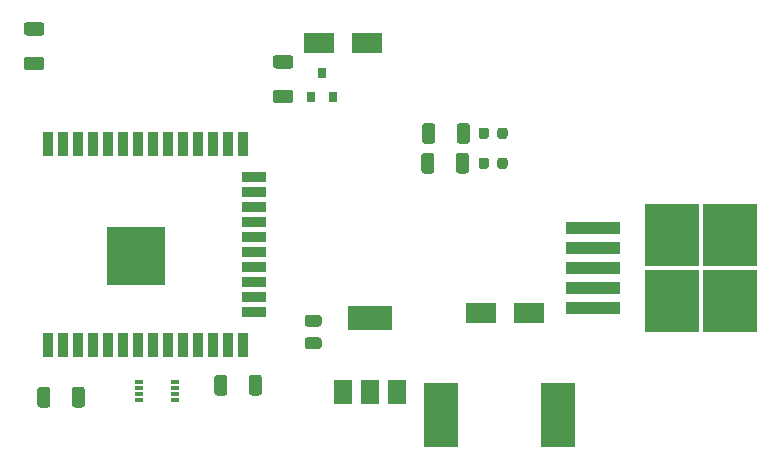
<source format=gbr>
%TF.GenerationSoftware,KiCad,Pcbnew,5.1.9+dfsg1-1*%
%TF.CreationDate,2021-12-22T14:02:19+01:00*%
%TF.ProjectId,lidar_board,6c696461-725f-4626-9f61-72642e6b6963,rev?*%
%TF.SameCoordinates,Original*%
%TF.FileFunction,Paste,Top*%
%TF.FilePolarity,Positive*%
%FSLAX46Y46*%
G04 Gerber Fmt 4.6, Leading zero omitted, Abs format (unit mm)*
G04 Created by KiCad (PCBNEW 5.1.9+dfsg1-1) date 2021-12-22 14:02:19*
%MOMM*%
%LPD*%
G01*
G04 APERTURE LIST*
%ADD10R,2.500000X1.800000*%
%ADD11R,2.900000X5.400000*%
%ADD12R,0.800000X0.900000*%
%ADD13R,4.600000X1.100000*%
%ADD14R,4.550000X5.250000*%
%ADD15R,0.800000X0.300000*%
%ADD16R,3.800000X2.000000*%
%ADD17R,1.500000X2.000000*%
%ADD18R,5.000000X5.000000*%
%ADD19R,0.900000X2.000000*%
%ADD20R,2.000000X0.900000*%
G04 APERTURE END LIST*
%TO.C,C3*%
G36*
G01*
X162339000Y-100724000D02*
X163289000Y-100724000D01*
G75*
G02*
X163539000Y-100974000I0J-250000D01*
G01*
X163539000Y-101474000D01*
G75*
G02*
X163289000Y-101724000I-250000J0D01*
G01*
X162339000Y-101724000D01*
G75*
G02*
X162089000Y-101474000I0J250000D01*
G01*
X162089000Y-100974000D01*
G75*
G02*
X162339000Y-100724000I250000J0D01*
G01*
G37*
G36*
G01*
X162339000Y-102624000D02*
X163289000Y-102624000D01*
G75*
G02*
X163539000Y-102874000I0J-250000D01*
G01*
X163539000Y-103374000D01*
G75*
G02*
X163289000Y-103624000I-250000J0D01*
G01*
X162339000Y-103624000D01*
G75*
G02*
X162089000Y-103374000I0J250000D01*
G01*
X162089000Y-102874000D01*
G75*
G02*
X162339000Y-102624000I250000J0D01*
G01*
G37*
%TD*%
D10*
%TO.C,D1*%
X181070000Y-100584000D03*
X177070000Y-100584000D03*
%TD*%
%TO.C,Power*%
G36*
G01*
X177704000Y-87627750D02*
X177704000Y-88140250D01*
G75*
G02*
X177485250Y-88359000I-218750J0D01*
G01*
X177047750Y-88359000D01*
G75*
G02*
X176829000Y-88140250I0J218750D01*
G01*
X176829000Y-87627750D01*
G75*
G02*
X177047750Y-87409000I218750J0D01*
G01*
X177485250Y-87409000D01*
G75*
G02*
X177704000Y-87627750I0J-218750D01*
G01*
G37*
G36*
G01*
X179279000Y-87627750D02*
X179279000Y-88140250D01*
G75*
G02*
X179060250Y-88359000I-218750J0D01*
G01*
X178622750Y-88359000D01*
G75*
G02*
X178404000Y-88140250I0J218750D01*
G01*
X178404000Y-87627750D01*
G75*
G02*
X178622750Y-87409000I218750J0D01*
G01*
X179060250Y-87409000D01*
G75*
G02*
X179279000Y-87627750I0J-218750D01*
G01*
G37*
%TD*%
%TO.C,Status*%
G36*
G01*
X179279000Y-85087750D02*
X179279000Y-85600250D01*
G75*
G02*
X179060250Y-85819000I-218750J0D01*
G01*
X178622750Y-85819000D01*
G75*
G02*
X178404000Y-85600250I0J218750D01*
G01*
X178404000Y-85087750D01*
G75*
G02*
X178622750Y-84869000I218750J0D01*
G01*
X179060250Y-84869000D01*
G75*
G02*
X179279000Y-85087750I0J-218750D01*
G01*
G37*
G36*
G01*
X177704000Y-85087750D02*
X177704000Y-85600250D01*
G75*
G02*
X177485250Y-85819000I-218750J0D01*
G01*
X177047750Y-85819000D01*
G75*
G02*
X176829000Y-85600250I0J218750D01*
G01*
X176829000Y-85087750D01*
G75*
G02*
X177047750Y-84869000I218750J0D01*
G01*
X177485250Y-84869000D01*
G75*
G02*
X177704000Y-85087750I0J-218750D01*
G01*
G37*
%TD*%
%TO.C,D4*%
X167354000Y-77724000D03*
X163354000Y-77724000D03*
%TD*%
D11*
%TO.C,L1*%
X173612000Y-109220000D03*
X183512000Y-109220000D03*
%TD*%
D12*
%TO.C,Q1*%
X162626000Y-82280000D03*
X164526000Y-82280000D03*
X163576000Y-80280000D03*
%TD*%
%TO.C,R1*%
G36*
G01*
X158489000Y-106054998D02*
X158489000Y-107305002D01*
G75*
G02*
X158239002Y-107555000I-249998J0D01*
G01*
X157613998Y-107555000D01*
G75*
G02*
X157364000Y-107305002I0J249998D01*
G01*
X157364000Y-106054998D01*
G75*
G02*
X157613998Y-105805000I249998J0D01*
G01*
X158239002Y-105805000D01*
G75*
G02*
X158489000Y-106054998I0J-249998D01*
G01*
G37*
G36*
G01*
X155564000Y-106054998D02*
X155564000Y-107305002D01*
G75*
G02*
X155314002Y-107555000I-249998J0D01*
G01*
X154688998Y-107555000D01*
G75*
G02*
X154439000Y-107305002I0J249998D01*
G01*
X154439000Y-106054998D01*
G75*
G02*
X154688998Y-105805000I249998J0D01*
G01*
X155314002Y-105805000D01*
G75*
G02*
X155564000Y-106054998I0J-249998D01*
G01*
G37*
%TD*%
%TO.C,R2*%
G36*
G01*
X174890000Y-88509002D02*
X174890000Y-87258998D01*
G75*
G02*
X175139998Y-87009000I249998J0D01*
G01*
X175765002Y-87009000D01*
G75*
G02*
X176015000Y-87258998I0J-249998D01*
G01*
X176015000Y-88509002D01*
G75*
G02*
X175765002Y-88759000I-249998J0D01*
G01*
X175139998Y-88759000D01*
G75*
G02*
X174890000Y-88509002I0J249998D01*
G01*
G37*
G36*
G01*
X171965000Y-88509002D02*
X171965000Y-87258998D01*
G75*
G02*
X172214998Y-87009000I249998J0D01*
G01*
X172840002Y-87009000D01*
G75*
G02*
X173090000Y-87258998I0J-249998D01*
G01*
X173090000Y-88509002D01*
G75*
G02*
X172840002Y-88759000I-249998J0D01*
G01*
X172214998Y-88759000D01*
G75*
G02*
X171965000Y-88509002I0J249998D01*
G01*
G37*
%TD*%
%TO.C,R3*%
G36*
G01*
X142378000Y-108321002D02*
X142378000Y-107070998D01*
G75*
G02*
X142627998Y-106821000I249998J0D01*
G01*
X143253002Y-106821000D01*
G75*
G02*
X143503000Y-107070998I0J-249998D01*
G01*
X143503000Y-108321002D01*
G75*
G02*
X143253002Y-108571000I-249998J0D01*
G01*
X142627998Y-108571000D01*
G75*
G02*
X142378000Y-108321002I0J249998D01*
G01*
G37*
G36*
G01*
X139453000Y-108321002D02*
X139453000Y-107070998D01*
G75*
G02*
X139702998Y-106821000I249998J0D01*
G01*
X140328002Y-106821000D01*
G75*
G02*
X140578000Y-107070998I0J-249998D01*
G01*
X140578000Y-108321002D01*
G75*
G02*
X140328002Y-108571000I-249998J0D01*
G01*
X139702998Y-108571000D01*
G75*
G02*
X139453000Y-108321002I0J249998D01*
G01*
G37*
%TD*%
%TO.C,R4*%
G36*
G01*
X172033001Y-86000003D02*
X172033001Y-84749999D01*
G75*
G02*
X172282999Y-84500001I249998J0D01*
G01*
X172908003Y-84500001D01*
G75*
G02*
X173158001Y-84749999I0J-249998D01*
G01*
X173158001Y-86000003D01*
G75*
G02*
X172908003Y-86250001I-249998J0D01*
G01*
X172282999Y-86250001D01*
G75*
G02*
X172033001Y-86000003I0J249998D01*
G01*
G37*
G36*
G01*
X174958001Y-86000003D02*
X174958001Y-84749999D01*
G75*
G02*
X175207999Y-84500001I249998J0D01*
G01*
X175833003Y-84500001D01*
G75*
G02*
X176083001Y-84749999I0J-249998D01*
G01*
X176083001Y-86000003D01*
G75*
G02*
X175833003Y-86250001I-249998J0D01*
G01*
X175207999Y-86250001D01*
G75*
G02*
X174958001Y-86000003I0J249998D01*
G01*
G37*
%TD*%
%TO.C,R5*%
G36*
G01*
X159648998Y-78747000D02*
X160899002Y-78747000D01*
G75*
G02*
X161149000Y-78996998I0J-249998D01*
G01*
X161149000Y-79622002D01*
G75*
G02*
X160899002Y-79872000I-249998J0D01*
G01*
X159648998Y-79872000D01*
G75*
G02*
X159399000Y-79622002I0J249998D01*
G01*
X159399000Y-78996998D01*
G75*
G02*
X159648998Y-78747000I249998J0D01*
G01*
G37*
G36*
G01*
X159648998Y-81672000D02*
X160899002Y-81672000D01*
G75*
G02*
X161149000Y-81921998I0J-249998D01*
G01*
X161149000Y-82547002D01*
G75*
G02*
X160899002Y-82797000I-249998J0D01*
G01*
X159648998Y-82797000D01*
G75*
G02*
X159399000Y-82547002I0J249998D01*
G01*
X159399000Y-81921998D01*
G75*
G02*
X159648998Y-81672000I249998J0D01*
G01*
G37*
%TD*%
D13*
%TO.C,U1*%
X186503000Y-93374000D03*
X186503000Y-95074000D03*
X186503000Y-96774000D03*
X186503000Y-98474000D03*
X186503000Y-100174000D03*
D14*
X198078000Y-99549000D03*
X193228000Y-93999000D03*
X198078000Y-93999000D03*
X193228000Y-99549000D03*
%TD*%
D15*
%TO.C,U2*%
X148056000Y-106438000D03*
X148056000Y-106938000D03*
X148056000Y-107438000D03*
X148056000Y-107938000D03*
X151156000Y-107938000D03*
X151156000Y-107438000D03*
X151156000Y-106938000D03*
X151156000Y-106438000D03*
%TD*%
D16*
%TO.C,U3*%
X167640000Y-100990000D03*
D17*
X167640000Y-107290000D03*
X169940000Y-107290000D03*
X165340000Y-107290000D03*
%TD*%
D18*
%TO.C,U4*%
X147835000Y-95742000D03*
D19*
X140335000Y-103242000D03*
X141605000Y-103242000D03*
X142875000Y-103242000D03*
X144145000Y-103242000D03*
X145415000Y-103242000D03*
X146685000Y-103242000D03*
X147955000Y-103242000D03*
X149225000Y-103242000D03*
X150495000Y-103242000D03*
X151765000Y-103242000D03*
X153035000Y-103242000D03*
X154305000Y-103242000D03*
X155575000Y-103242000D03*
X156845000Y-103242000D03*
D20*
X157845000Y-100457000D03*
X157845000Y-99187000D03*
X157845000Y-97917000D03*
X157845000Y-96647000D03*
X157845000Y-95377000D03*
X157845000Y-94107000D03*
X157845000Y-92837000D03*
X157845000Y-91567000D03*
X157845000Y-90297000D03*
X157845000Y-89027000D03*
D19*
X156845000Y-86242000D03*
X155575000Y-86242000D03*
X154305000Y-86242000D03*
X153035000Y-86242000D03*
X151765000Y-86242000D03*
X150495000Y-86242000D03*
X149225000Y-86242000D03*
X147955000Y-86242000D03*
X146685000Y-86242000D03*
X145415000Y-86242000D03*
X144145000Y-86242000D03*
X142875000Y-86242000D03*
X141605000Y-86242000D03*
X140335000Y-86242000D03*
%TD*%
%TO.C,R6*%
G36*
G01*
X138566999Y-75953000D02*
X139817001Y-75953000D01*
G75*
G02*
X140067000Y-76202999I0J-249999D01*
G01*
X140067000Y-76828001D01*
G75*
G02*
X139817001Y-77078000I-249999J0D01*
G01*
X138566999Y-77078000D01*
G75*
G02*
X138317000Y-76828001I0J249999D01*
G01*
X138317000Y-76202999D01*
G75*
G02*
X138566999Y-75953000I249999J0D01*
G01*
G37*
G36*
G01*
X138566999Y-78878000D02*
X139817001Y-78878000D01*
G75*
G02*
X140067000Y-79127999I0J-249999D01*
G01*
X140067000Y-79753001D01*
G75*
G02*
X139817001Y-80003000I-249999J0D01*
G01*
X138566999Y-80003000D01*
G75*
G02*
X138317000Y-79753001I0J249999D01*
G01*
X138317000Y-79127999D01*
G75*
G02*
X138566999Y-78878000I249999J0D01*
G01*
G37*
%TD*%
M02*

</source>
